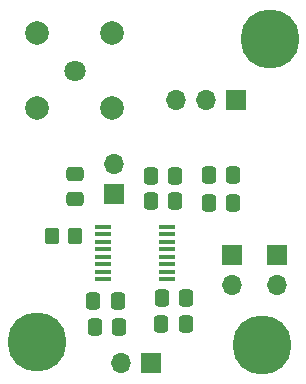
<source format=gbr>
%TF.GenerationSoftware,KiCad,Pcbnew,8.0.1*%
%TF.CreationDate,2024-04-15T14:24:42+02:00*%
%TF.ProjectId,Transmitter prototype,5472616e-736d-4697-9474-65722070726f,rev?*%
%TF.SameCoordinates,Original*%
%TF.FileFunction,Soldermask,Top*%
%TF.FilePolarity,Negative*%
%FSLAX46Y46*%
G04 Gerber Fmt 4.6, Leading zero omitted, Abs format (unit mm)*
G04 Created by KiCad (PCBNEW 8.0.1) date 2024-04-15 14:24:42*
%MOMM*%
%LPD*%
G01*
G04 APERTURE LIST*
G04 Aperture macros list*
%AMRoundRect*
0 Rectangle with rounded corners*
0 $1 Rounding radius*
0 $2 $3 $4 $5 $6 $7 $8 $9 X,Y pos of 4 corners*
0 Add a 4 corners polygon primitive as box body*
4,1,4,$2,$3,$4,$5,$6,$7,$8,$9,$2,$3,0*
0 Add four circle primitives for the rounded corners*
1,1,$1+$1,$2,$3*
1,1,$1+$1,$4,$5*
1,1,$1+$1,$6,$7*
1,1,$1+$1,$8,$9*
0 Add four rect primitives between the rounded corners*
20,1,$1+$1,$2,$3,$4,$5,0*
20,1,$1+$1,$4,$5,$6,$7,0*
20,1,$1+$1,$6,$7,$8,$9,0*
20,1,$1+$1,$8,$9,$2,$3,0*%
G04 Aperture macros list end*
%ADD10C,5.000000*%
%ADD11RoundRect,0.250000X-0.337500X-0.475000X0.337500X-0.475000X0.337500X0.475000X-0.337500X0.475000X0*%
%ADD12RoundRect,0.250000X-0.475000X0.337500X-0.475000X-0.337500X0.475000X-0.337500X0.475000X0.337500X0*%
%ADD13R,1.700000X1.700000*%
%ADD14O,1.700000X1.700000*%
%ADD15RoundRect,0.250000X0.337500X0.475000X-0.337500X0.475000X-0.337500X-0.475000X0.337500X-0.475000X0*%
%ADD16R,1.454899X0.354800*%
%ADD17C,1.803400*%
%ADD18C,2.006600*%
%ADD19RoundRect,0.250000X0.350000X0.450000X-0.350000X0.450000X-0.350000X-0.450000X0.350000X-0.450000X0*%
G04 APERTURE END LIST*
D10*
%TO.C,H3*%
X179019200Y-99568000D03*
%TD*%
D11*
%TO.C,C5*%
X170514100Y-97790000D03*
X172589100Y-97790000D03*
%TD*%
%TO.C,C6*%
X164752200Y-95808800D03*
X166827200Y-95808800D03*
%TD*%
D12*
%TO.C,C1*%
X163195000Y-85090000D03*
X163195000Y-87165000D03*
%TD*%
D13*
%TO.C,J3*%
X176834800Y-78790800D03*
D14*
X174294800Y-78790800D03*
X171754800Y-78790800D03*
%TD*%
D13*
%TO.C,J5*%
X176530000Y-91948000D03*
D14*
X176530000Y-94488000D03*
%TD*%
D13*
%TO.C,J2*%
X169621200Y-101092000D03*
D14*
X167081200Y-101092000D03*
%TD*%
D15*
%TO.C,C7*%
X166928800Y-98044000D03*
X164853800Y-98044000D03*
%TD*%
D16*
%TO.C,U1*%
X165566352Y-89535000D03*
X165566352Y-90170000D03*
X165566352Y-90805000D03*
X165566352Y-91440000D03*
X165566352Y-92075000D03*
X165566352Y-92710000D03*
X165566352Y-93345000D03*
X165566352Y-93980000D03*
X171009048Y-93980000D03*
X171009048Y-93345000D03*
X171009048Y-92710000D03*
X171009048Y-92075000D03*
X171009048Y-91440000D03*
X171009048Y-90805000D03*
X171009048Y-90170000D03*
X171009048Y-89535000D03*
%TD*%
D17*
%TO.C,J1*%
X163169600Y-76301600D03*
D18*
X159994600Y-73126600D03*
X166344600Y-73126600D03*
X159994600Y-79476600D03*
X166344600Y-79476600D03*
%TD*%
D15*
%TO.C,C4*%
X172610600Y-95554800D03*
X170535600Y-95554800D03*
%TD*%
D11*
%TO.C,C9*%
X169599700Y-87325200D03*
X171674700Y-87325200D03*
%TD*%
D13*
%TO.C,J6*%
X166471600Y-86715600D03*
D14*
X166471600Y-84175600D03*
%TD*%
D15*
%TO.C,C3*%
X176602300Y-85140800D03*
X174527300Y-85140800D03*
%TD*%
%TO.C,C8*%
X176580800Y-87477600D03*
X174505800Y-87477600D03*
%TD*%
D19*
%TO.C,R1*%
X163220400Y-90271600D03*
X161220400Y-90271600D03*
%TD*%
D13*
%TO.C,J4*%
X180289200Y-91948000D03*
D14*
X180289200Y-94488000D03*
%TD*%
D10*
%TO.C,H2*%
X159969200Y-99263200D03*
%TD*%
%TO.C,H1*%
X179679600Y-73609200D03*
%TD*%
D11*
%TO.C,C2*%
X169599700Y-85191600D03*
X171674700Y-85191600D03*
%TD*%
M02*

</source>
